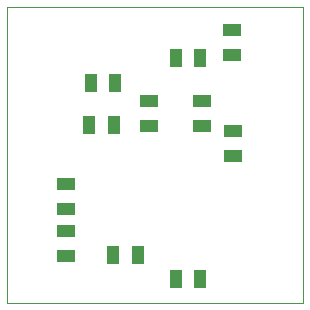
<source format=gbp>
G75*
G70*
%OFA0B0*%
%FSLAX24Y24*%
%IPPOS*%
%LPD*%
%AMOC8*
5,1,8,0,0,1.08239X$1,22.5*
%
%ADD10C,0.0000*%
%ADD11R,0.0591X0.0433*%
%ADD12R,0.0433X0.0591*%
D10*
X000363Y000479D02*
X000363Y010322D01*
X010205Y010322D01*
X010205Y000479D01*
X000363Y000479D01*
D11*
X002331Y002034D03*
X002331Y002861D03*
X002331Y003609D03*
X002331Y004436D03*
X005087Y006365D03*
X005087Y007192D03*
X006859Y007192D03*
X006859Y006365D03*
X007882Y006208D03*
X007882Y005381D03*
X007843Y008727D03*
X007843Y009554D03*
D12*
X006800Y008629D03*
X005973Y008629D03*
X003965Y007802D03*
X003138Y007802D03*
X003099Y006385D03*
X003926Y006385D03*
X003886Y002054D03*
X004713Y002054D03*
X005973Y001267D03*
X006800Y001267D03*
M02*

</source>
